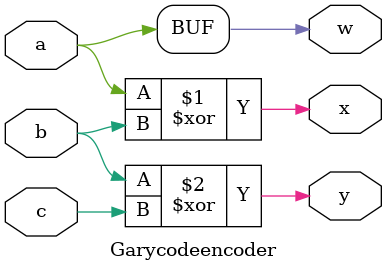
<source format=v>
`timescale 1ns / 1ps
module Garycodeencoder(
    input a,
    input b,
    input c,
    output w,
    output x,
    output y
    );
	 
	 assign w = a;
	 assign x = a^b;
	 assign y = b^c;
    
endmodule

</source>
